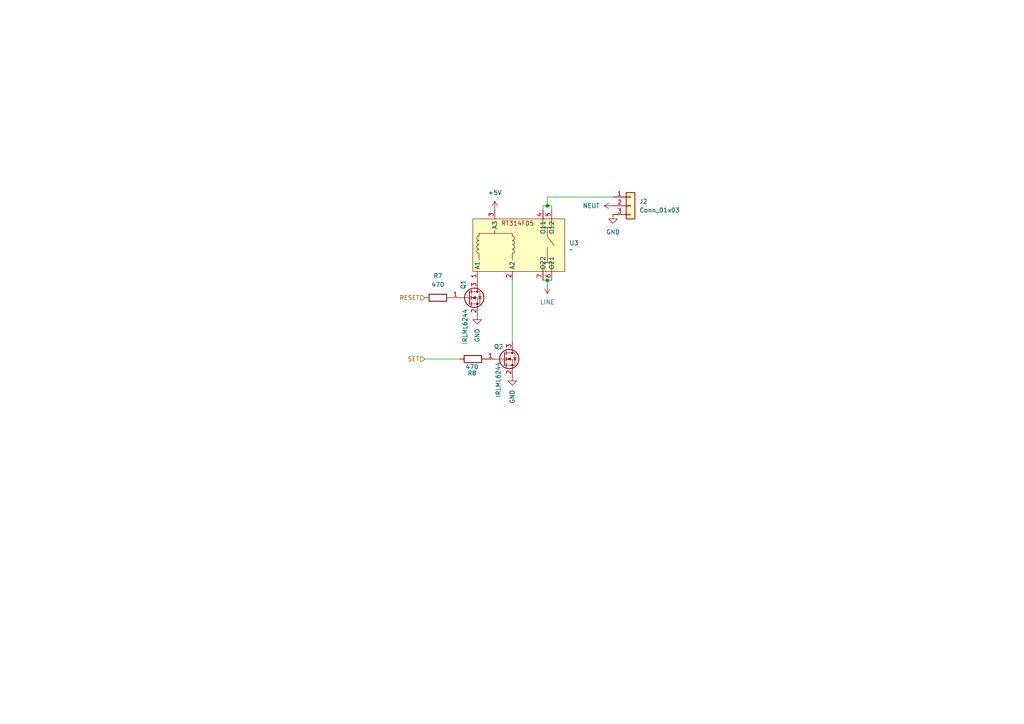
<source format=kicad_sch>
(kicad_sch (version 20250114) (generator "eeschema") (generator_version "9.0")
  (paper "A4")
  (lib_symbols
    (symbol "Connector_Generic:Conn_01x03" (pin_names (offset 1.016) (hide yes))
      (property "Reference" "J" (at 0 5.08 0))
      (property "Value" "Conn_01x03" (at 0 -5.08 0))
      (symbol "Conn_01x03_1_1"
        (rectangle (start -1.27 3.81) (end 1.27 -3.81) (stroke (width 0.254)) (fill (type background)))
        (rectangle (start -1.27 2.667) (end 0 2.413) (stroke (width 0.1524)))
        (rectangle (start -1.27 0.127) (end 0 -0.127) (stroke (width 0.1524)))
        (rectangle (start -1.27 -2.413) (end 0 -2.667) (stroke (width 0.1524)))
        (pin passive line (at -5.08 2.54 0) (length 3.81) (name "Pin_1") (number "1"))
        (pin passive line (at -5.08 0 0) (length 3.81) (name "Pin_2") (number "2"))
        (pin passive line (at -5.08 -2.54 0) (length 3.81) (name "Pin_3") (number "3"))
      )
    )
    (symbol "Device:R" (pin_numbers (hide yes)) (pin_names (offset 0))
      (property "Reference" "R" (at 2.032 0 90))
      (property "Value" "R" (at 0 0 90))
      (symbol "R_0_1"
        (rectangle (start -1.016 -2.54) (end 1.016 2.54) (stroke (width 0.254)))
      )
      (symbol "R_1_1"
        (pin passive line (at 0 3.81 270) (length 1.27) (name "~") (number "1"))
        (pin passive line (at 0 -3.81 90) (length 1.27) (name "~") (number "2"))
      )
    )
    (symbol "RT1_bistable:RT314F05_1"
      (property "Reference" "U" (at 0 0 0))
      (symbol "RT314F05_1_0_1"
        (polyline (pts (xy -16.002 2.667) (xy -16.002 3.429) (xy -6.35 3.429) (xy -6.35 2.667)))
        (arc (start -16.0047 1.397) (mid -16.637 2.032) (end -16.0047 2.667))
        (arc (start -16.0047 0.127) (mid -16.637 0.762) (end -16.0047 1.397))
        (arc (start -16.0047 -1.143) (mid -16.637 -0.508) (end -16.0047 0.127))
        (arc (start -16.0047 -2.413) (mid -16.637 -1.778) (end -16.0047 -1.143))
        (polyline (pts (xy -16.002 -2.54) (xy -16.002 -4.318)))
        (polyline (pts (xy -11.43 3.556) (xy -11.43 4.318)))
        (arc (start -6.3473 2.667) (mid -5.715 2.032) (end -6.3473 1.397))
        (arc (start -6.3473 1.397) (mid -5.715 0.762) (end -6.3473 0.127))
        (arc (start -6.3473 0.127) (mid -5.715 -0.508) (end -6.3473 -1.143))
        (arc (start -6.3473 -1.143) (mid -5.715 -1.778) (end -6.3473 -2.413))
        (polyline (pts (xy -6.35 -2.54) (xy -6.35 -4.318)))
        (polyline (pts (xy 2.54 7.62) (xy 2.54 5.08) (xy 5.08 5.08) (xy 5.08 7.62)))
        (polyline (pts (xy 2.54 -7.62) (xy 2.54 -5.08) (xy 5.08 -5.08) (xy 5.08 -7.62)))
        (polyline (pts (xy 3.81 5.08) (xy 3.81 2.54) (xy 5.715 0)))
        (polyline (pts (xy 3.81 -5.08) (xy 3.81 -0.635)))
      )
      (symbol "RT314F05_1_1_1"
        (rectangle (start -17.78 7.62) (end 8.89 -7.62) (fill (type color) (color 255 255 194 1)))
        (text "RT314F05" (at -4.826 6.35 0) (effects (font (size 1.27 1.27))))
        (pin input line (at -16.51 -10.16 90) (length 2.54) (name "A1") (number "1"))
        (pin input line (at -11.43 10.16 270) (length 2.54) (name "A3") (number "3"))
        (pin input line (at -6.35 -10.16 90) (length 2.54) (name "A2") (number "2"))
        (pin input line (at 2.54 10.16 270) (length 2.54) (name "O11") (number "4"))
        (pin input line (at 2.54 -10.16 90) (length 2.54) (name "O22") (number "7"))
        (pin input line (at 5.08 10.16 270) (length 2.54) (name "O12") (number "5"))
        (pin input line (at 5.08 -10.16 90) (length 2.54) (name "O21") (number "6"))
      )
    )
    (symbol "Transistor_FET:IRLML6244" (pin_names (hide yes))
      (property "Reference" "Q" (at 5.08 1.905 0))
      (property "Value" "IRLML6244" (at 5.08 0 0))
      (symbol "IRLML6244_0_1"
        (polyline (pts (xy 0.254 1.905) (xy 0.254 -1.905)) (stroke (width 0.254)))
        (polyline (pts (xy 0.254 0) (xy -2.54 0)))
        (polyline (pts (xy 0.762 2.286) (xy 0.762 1.27)) (stroke (width 0.254)))
        (polyline (pts (xy 0.762 0.508) (xy 0.762 -0.508)) (stroke (width 0.254)))
        (polyline (pts (xy 0.762 -1.27) (xy 0.762 -2.286)) (stroke (width 0.254)))
        (polyline (pts (xy 0.762 -1.778) (xy 3.302 -1.778) (xy 3.302 1.778) (xy 0.762 1.778)))
        (polyline (pts (xy 1.016 0) (xy 2.032 0.381) (xy 2.032 -0.381) (xy 1.016 0)) (fill (type outline)))
        (circle (center 1.651 0) (radius 2.794) (stroke (width 0.254)))
        (polyline (pts (xy 2.54 2.54) (xy 2.54 1.778)))
        (circle (center 2.54 1.778) (radius 0.254) (fill (type outline)))
        (circle (center 2.54 -1.778) (radius 0.254) (fill (type outline)))
        (polyline (pts (xy 2.54 -2.54) (xy 2.54 0) (xy 0.762 0)))
        (polyline (pts (xy 2.794 0.508) (xy 2.921 0.381) (xy 3.683 0.381) (xy 3.81 0.254)))
        (polyline (pts (xy 3.302 0.381) (xy 2.921 -0.254) (xy 3.683 -0.254) (xy 3.302 0.381)))
      )
      (symbol "IRLML6244_1_1"
        (pin input line (at -5.08 0 0) (length 2.54) (name "G") (number "1"))
        (pin passive line (at 2.54 5.08 270) (length 2.54) (name "D") (number "3"))
        (pin passive line (at 2.54 -5.08 90) (length 2.54) (name "S") (number "2"))
      )
    )
    (symbol "power:+5V" (power) (pin_numbers (hide yes)) (pin_names (offset 0) (hide yes))
      (property "Value" "+5V" (at 0 3.556 0))
      (symbol "+5V_0_1"
        (polyline (pts (xy -0.762 1.27) (xy 0 2.54)))
        (polyline (pts (xy 0 2.54) (xy 0.762 1.27)))
        (polyline (pts (xy 0 0) (xy 0 2.54)))
      )
      (symbol "+5V_1_1"
        (pin power_in line (at 0 0 90) (length 0) (name "~") (number "1"))
      )
    )
    (symbol "power:GND" (power) (pin_numbers (hide yes)) (pin_names (offset 0) (hide yes))
      (property "Value" "GND" (at 0 -3.81 0))
      (symbol "GND_0_1"
        (polyline (pts (xy 0 0) (xy 0 -1.27) (xy 1.27 -1.27) (xy 0 -2.54) (xy -1.27 -1.27) (xy 0 -1.27)))
      )
      (symbol "GND_1_1"
        (pin power_in line (at 0 0 270) (length 0) (name "~") (number "1"))
      )
    )
    (symbol "power:LINE" (power) (pin_numbers (hide yes)) (pin_names (offset 0) (hide yes))
      (property "Value" "LINE" (at 0 3.556 0))
      (symbol "LINE_0_1"
        (polyline (pts (xy -0.762 1.27) (xy 0 2.54)))
        (polyline (pts (xy 0 2.54) (xy 0.762 1.27)))
        (polyline (pts (xy 0 0) (xy 0 2.54)))
      )
      (symbol "LINE_1_1"
        (pin power_in line (at 0 0 90) (length 0) (name "~") (number "1"))
      )
    )
    (symbol "power:NEUT" (power) (pin_numbers (hide yes)) (pin_names (offset 0) (hide yes))
      (property "Value" "NEUT" (at 0 3.556 0))
      (symbol "NEUT_0_1"
        (polyline (pts (xy -0.762 1.27) (xy 0 2.54)))
        (polyline (pts (xy 0 2.54) (xy 0.762 1.27)))
        (polyline (pts (xy 0 0) (xy 0 2.54)))
      )
      (symbol "NEUT_1_1"
        (pin power_in line (at 0 0 90) (length 0) (name "~") (number "1"))
      )
    )
  )
  (junction (at 158.75 59.69))
  (junction (at 158.75 81.28))
  (wire (pts (xy 158.75 82.55) (xy 158.75 81.28)))
  (wire (pts (xy 158.75 57.15) (xy 158.75 59.69)))
  (wire (pts (xy 158.75 81.28) (xy 160.02 81.28)))
  (wire (pts (xy 157.48 59.69) (xy 158.75 59.69)))
  (wire (pts (xy 148.59 99.06) (xy 148.59 81.28)))
  (wire (pts (xy 157.48 81.28) (xy 158.75 81.28)))
  (wire (pts (xy 123.19 104.14) (xy 133.35 104.14)))
  (wire (pts (xy 160.02 59.69) (xy 160.02 60.96)))
  (wire (pts (xy 177.8 57.15) (xy 158.75 57.15)))
  (wire (pts (xy 157.48 60.96) (xy 157.48 59.69)))
  (wire (pts (xy 158.75 59.69) (xy 160.02 59.69)))
  (hierarchical_label "SET" (shape input) (at 123.19 104.14 180))
  (hierarchical_label "RESET" (shape input) (at 123.19 86.36 180))
  (symbol (lib_id "Device:R") (at 137.16 104.14 90) (unit 1)
    (property "Reference" "R8" (at 136.906 108.204 90))
    (property "Value" "470" (at 136.906 106.426 90))
    (property "Footprint" "Resistor_SMD:R_0603_1608Metric_Pad0.98x0.95mm_HandSolder" (effects (hide yes)))
    (property "Description" "Resistor" (effects (hide yes)))
    (instances (project "PCB_Rack" (path "" (reference "R8") (unit 1)) (path "" (reference "R306") (unit 1)) (path "" (reference "R304") (unit 1)) (path "" (reference "R302") (unit 1)) (path "" (reference "R308") (unit 1)) (path "" (reference "R702") (unit 1))))
  )
  (symbol (lib_id "power:GND") (at 138.43 91.44 0) (unit 1)
    (property "Reference" "#PWR022" (effects (hide yes)))
    (property "Value" "GND" (at 138.4299 95.25 90) (effects (justify right)))
    (property "Description" "Power symbol creates a global label with name \"GND\" , ground" (effects (hide yes)))
    (instances (project "PCB_Rack" (path "" (reference "#PWR022") (unit 1)) (path "" (reference "#PWR0313") (unit 1)) (path "" (reference "#PWR0307") (unit 1)) (path "" (reference "#PWR0301") (unit 1)) (path "" (reference "#PWR0319") (unit 1)) (path "" (reference "#PWR0701") (unit 1))))
  )
  (symbol (lib_id "Connector_Generic:Conn_01x03") (at 182.88 59.69 0) (unit 1)
    (property "Reference" "J2" (at 185.42 58.4199 0) (effects (justify left)))
    (property "Value" "Conn_01x03" (at 185.42 60.9599 0) (effects (justify left)))
    (property "Description" "Generic connector, single row, 01x03, script generated (kicad-library-utils/schlib/autogen/connector/)" (effects (hide yes)))
    (instances (project "PCB_Rack" (path "" (reference "J2") (unit 1)) (path "" (reference "J303") (unit 1)) (path "" (reference "J302") (unit 1)) (path "" (reference "J301") (unit 1)) (path "" (reference "J304") (unit 1)) (path "" (reference "J701") (unit 1))))
  )
  (symbol (lib_id "power:NEUT") (at 177.8 59.69 90) (unit 1)
    (property "Reference" "#PWR038" (effects (hide yes)))
    (property "Value" "NEUT" (at 173.99 59.6899 90) (effects (justify left)))
    (property "Description" "Power symbol creates a global label with name \"NEUT\"" (effects (hide yes)))
    (instances (project "PCB_Rack" (path "" (reference "#PWR038") (unit 1)) (path "" (reference "#PWR0317") (unit 1)) (path "" (reference "#PWR0311") (unit 1)) (path "" (reference "#PWR0305") (unit 1)) (path "" (reference "#PWR0323") (unit 1)) (path "" (reference "#PWR0705") (unit 1))))
  )
  (symbol (lib_id "Transistor_FET:IRLML6244") (at 146.05 104.14 0) (unit 1)
    (property "Reference" "Q2" (at 143.256 100.584 0) (effects (justify left)))
    (property "Value" "IRLML6244" (at 144.526 115.316 90) (effects (justify left)))
    (property "Footprint" "Package_TO_SOT_SMD:SOT-23" (effects (hide yes)))
    (property "Datasheet" "https://www.infineon.com/dgdl/Infineon-IRLML6244-DataSheet-v01_01-EN.pdf?fileId=5546d462533600a4015356686fed261f" (effects (hide yes)))
    (property "Description" "6.3A Id, 20V Vds, 21mOhm Rds, N-Channel StrongIRFET Power MOSFET, SOT-23" (effects (hide yes)))
    (instances (project "PCB_Rack" (path "" (reference "Q2") (unit 1)) (path "" (reference "Q306") (unit 1)) (path "" (reference "Q304") (unit 1)) (path "" (reference "Q302") (unit 1)) (path "" (reference "Q308") (unit 1)) (path "" (reference "Q702") (unit 1))))
  )
  (symbol (lib_id "Device:R") (at 127 86.36 90) (unit 1)
    (property "Reference" "R7" (at 127 80.01 90))
    (property "Value" "470" (at 127 82.55 90))
    (property "Footprint" "Resistor_SMD:R_0603_1608Metric_Pad0.98x0.95mm_HandSolder" (effects (hide yes)))
    (property "Description" "Resistor" (effects (hide yes)))
    (instances (project "PCB_Rack" (path "" (reference "R7") (unit 1)) (path "" (reference "R305") (unit 1)) (path "" (reference "R303") (unit 1)) (path "" (reference "R301") (unit 1)) (path "" (reference "R307") (unit 1)) (path "" (reference "R701") (unit 1))))
  )
  (symbol (lib_id "power:GND") (at 177.8 62.23 0) (unit 1)
    (property "Reference" "#PWR039" (effects (hide yes)))
    (property "Value" "GND" (at 177.8 67.31 0))
    (property "Description" "Power symbol creates a global label with name \"GND\" , ground" (effects (hide yes)))
    (instances (project "PCB_Rack" (path "" (reference "#PWR039") (unit 1)) (path "" (reference "#PWR0318") (unit 1)) (path "" (reference "#PWR0312") (unit 1)) (path "" (reference "#PWR0306") (unit 1)) (path "" (reference "#PWR0324") (unit 1)) (path "" (reference "#PWR0706") (unit 1))))
  )
  (symbol (lib_id "Transistor_FET:IRLML6244") (at 135.89 86.36 0) (unit 1)
    (property "Reference" "Q1" (at 134.366 82.55 90))
    (property "Value" "IRLML6244" (at 134.874 94.742 90))
    (property "Footprint" "Package_TO_SOT_SMD:SOT-23" (effects (hide yes)))
    (property "Datasheet" "https://www.infineon.com/dgdl/Infineon-IRLML6244-DataSheet-v01_01-EN.pdf?fileId=5546d462533600a4015356686fed261f" (effects (hide yes)))
    (property "Description" "6.3A Id, 20V Vds, 21mOhm Rds, N-Channel StrongIRFET Power MOSFET, SOT-23" (effects (hide yes)))
    (instances (project "PCB_Rack" (path "" (reference "Q1") (unit 1)) (path "" (reference "Q305") (unit 1)) (path "" (reference "Q303") (unit 1)) (path "" (reference "Q301") (unit 1)) (path "" (reference "Q307") (unit 1)) (path "" (reference "Q701") (unit 1))))
  )
  (symbol (lib_id "power:LINE") (at 158.75 82.55 180) (unit 1)
    (property "Reference" "#PWR01" (effects (hide yes)))
    (property "Value" "LINE" (at 158.75 87.63 0))
    (property "Description" "Power symbol creates a global label with name \"LINE\"" (effects (hide yes)))
    (instances (project "PCB_Rack" (path "" (reference "#PWR01") (unit 1)) (path "" (reference "#PWR030") (unit 1)) (path "" (reference "#PWR029") (unit 1)) (path "" (reference "#PWR028") (unit 1)) (path "" (reference "#PWR031") (unit 1)) (path "" (reference "#PWR032") (unit 1))))
  )
  (symbol (lib_id "RT1_bistable:RT314F05_1") (at 154.94 71.12 0) (unit 1)
    (property "Reference" "U3" (at 165.1 70.4849 0) (effects (justify left)))
    (property "Value" "~" (at 165.1 72.39 0) (effects (justify left)))
    (property "Footprint" "Relais_Bistable_SPDT:SPDT_bistable" (effects (hide yes)))
    (property "Datasheet" "https://eu.mouser.com/datasheet/2/418/5/ENG_DS_RT1_bistable_0819-728100.pdf" (effects (hide yes)))
    (property "Description" "General Purpose Relay Polarized bistable version with  2 coils SPDT" (effects (hide yes)))
    (property "MPN" "8-1393239-5" (effects (hide yes)))
    (instances (project "PCB_Rack" (path "" (reference "U3") (unit 1)) (path "" (reference "U303") (unit 1)) (path "" (reference "U302") (unit 1)) (path "" (reference "U301") (unit 1)) (path "" (reference "U304") (unit 1)) (path "" (reference "U701") (unit 1))))
  )
  (symbol (lib_id "power:GND") (at 148.59 109.22 0) (unit 1)
    (property "Reference" "#PWR024" (effects (hide yes)))
    (property "Value" "GND" (at 148.5899 113.03 90) (effects (justify right)))
    (property "Description" "Power symbol creates a global label with name \"GND\" , ground" (effects (hide yes)))
    (instances (project "PCB_Rack" (path "" (reference "#PWR024") (unit 1)) (path "" (reference "#PWR0315") (unit 1)) (path "" (reference "#PWR0309") (unit 1)) (path "" (reference "#PWR0303") (unit 1)) (path "" (reference "#PWR0321") (unit 1)) (path "" (reference "#PWR0703") (unit 1))))
  )
  (symbol (lib_id "power:+5V") (at 143.51 60.96 0) (unit 1)
    (property "Reference" "#PWR023" (effects (hide yes)))
    (property "Value" "+5V" (at 143.51 55.88 0))
    (property "Description" "Power symbol creates a global label with name \"+5V\"" (effects (hide yes)))
    (instances (project "PCB_Rack" (path "" (reference "#PWR023") (unit 1)) (path "" (reference "#PWR0314") (unit 1)) (path "" (reference "#PWR0308") (unit 1)) (path "" (reference "#PWR0302") (unit 1)) (path "" (reference "#PWR0320") (unit 1)) (path "" (reference "#PWR0702") (unit 1))))
  )
)
</source>
